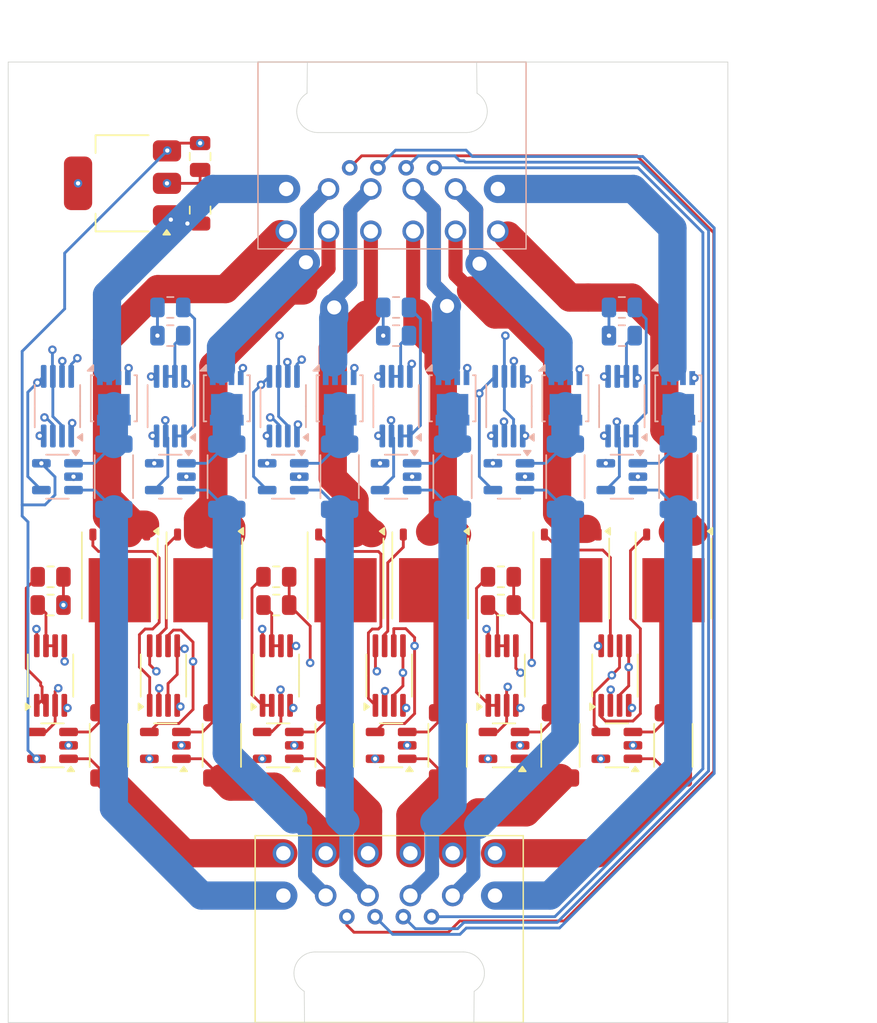
<source format=kicad_pcb>
(kicad_pcb
	(version 20240108)
	(generator "pcbnew")
	(generator_version "8.0")
	(general
		(thickness 1.6)
		(legacy_teardrops no)
	)
	(paper "A4")
	(layers
		(0 "F.Cu" signal)
		(1 "In1.Cu" signal)
		(2 "In2.Cu" signal)
		(31 "B.Cu" signal)
		(32 "B.Adhes" user "B.Adhesive")
		(33 "F.Adhes" user "F.Adhesive")
		(34 "B.Paste" user)
		(35 "F.Paste" user)
		(36 "B.SilkS" user "B.Silkscreen")
		(37 "F.SilkS" user "F.Silkscreen")
		(38 "B.Mask" user)
		(39 "F.Mask" user)
		(40 "Dwgs.User" user "User.Drawings")
		(41 "Cmts.User" user "User.Comments")
		(42 "Eco1.User" user "User.Eco1")
		(43 "Eco2.User" user "User.Eco2")
		(44 "Edge.Cuts" user)
		(45 "Margin" user)
		(46 "B.CrtYd" user "B.Courtyard")
		(47 "F.CrtYd" user "F.Courtyard")
		(48 "B.Fab" user)
		(49 "F.Fab" user)
		(50 "User.1" user)
		(51 "User.2" user)
		(52 "User.3" user)
		(53 "User.4" user)
		(54 "User.5" user)
		(55 "User.6" user)
		(56 "User.7" user)
		(57 "User.8" user)
		(58 "User.9" user)
	)
	(setup
		(stackup
			(layer "F.SilkS"
				(type "Top Silk Screen")
			)
			(layer "F.Paste"
				(type "Top Solder Paste")
			)
			(layer "F.Mask"
				(type "Top Solder Mask")
				(thickness 0.01)
			)
			(layer "F.Cu"
				(type "copper")
				(thickness 0.035)
			)
			(layer "dielectric 1"
				(type "prepreg")
				(thickness 0.1)
				(material "FR4")
				(epsilon_r 4.5)
				(loss_tangent 0.02)
			)
			(layer "In1.Cu"
				(type "copper")
				(thickness 0.035)
			)
			(layer "dielectric 2"
				(type "core")
				(thickness 1.24)
				(material "FR4")
				(epsilon_r 4.5)
				(loss_tangent 0.02)
			)
			(layer "In2.Cu"
				(type "copper")
				(thickness 0.035)
			)
			(layer "dielectric 3"
				(type "prepreg")
				(thickness 0.1)
				(material "FR4")
				(epsilon_r 4.5)
				(loss_tangent 0.02)
			)
			(layer "B.Cu"
				(type "copper")
				(thickness 0.035)
			)
			(layer "B.Mask"
				(type "Bottom Solder Mask")
				(thickness 0.01)
			)
			(layer "B.Paste"
				(type "Bottom Solder Paste")
			)
			(layer "B.SilkS"
				(type "Bottom Silk Screen")
			)
			(copper_finish "None")
			(dielectric_constraints no)
		)
		(pad_to_mask_clearance 0)
		(allow_soldermask_bridges_in_footprints no)
		(pcbplotparams
			(layerselection 0x00010fc_ffffffff)
			(plot_on_all_layers_selection 0x0000000_00000000)
			(disableapertmacros no)
			(usegerberextensions no)
			(usegerberattributes yes)
			(usegerberadvancedattributes yes)
			(creategerberjobfile yes)
			(dashed_line_dash_ratio 12.000000)
			(dashed_line_gap_ratio 3.000000)
			(svgprecision 4)
			(plotframeref no)
			(viasonmask no)
			(mode 1)
			(useauxorigin no)
			(hpglpennumber 1)
			(hpglpenspeed 20)
			(hpglpendiameter 15.000000)
			(pdf_front_fp_property_popups yes)
			(pdf_back_fp_property_popups yes)
			(dxfpolygonmode yes)
			(dxfimperialunits yes)
			(dxfusepcbnewfont yes)
			(psnegative no)
			(psa4output no)
			(plotreference yes)
			(plotvalue yes)
			(plotfptext yes)
			(plotinvisibletext no)
			(sketchpadsonfab no)
			(subtractmaskfromsilk no)
			(outputformat 1)
			(mirror no)
			(drillshape 1)
			(scaleselection 1)
			(outputdirectory "")
		)
	)
	(net 0 "")
	(net 1 "+3.3V")
	(net 2 "+12V")
	(net 3 "Net-(Q1-D)")
	(net 4 "Net-(J1-Pin_11)")
	(net 5 "Net-(Q1-G)")
	(net 6 "Net-(Q2-D)")
	(net 7 "Net-(J1-Pin_9)")
	(net 8 "Net-(Q2-G)")
	(net 9 "Net-(Q3-G)")
	(net 10 "Net-(Q3-D)")
	(net 11 "Net-(J1-Pin_7)")
	(net 12 "Net-(J1-Pin_5)")
	(net 13 "Net-(Q4-G)")
	(net 14 "Net-(Q4-D)")
	(net 15 "Net-(Q5-D)")
	(net 16 "Net-(J1-Pin_3)")
	(net 17 "Net-(Q5-G)")
	(net 18 "Net-(Q6-D)")
	(net 19 "Net-(Q6-G)")
	(net 20 "Net-(Q7-D)")
	(net 21 "GND")
	(net 22 "Net-(Q7-G)")
	(net 23 "Net-(Q8-D)")
	(net 24 "Net-(Q8-G)")
	(net 25 "Net-(Q9-D)")
	(net 26 "Net-(Q9-G)")
	(net 27 "Net-(Q10-D)")
	(net 28 "Net-(Q10-G)")
	(net 29 "Net-(Q11-G)")
	(net 30 "Net-(Q11-D)")
	(net 31 "Net-(Q12-G)")
	(net 32 "Net-(Q12-D)")
	(net 33 "Net-(J2-Pin_1)")
	(net 34 "Net-(J2-Pin_3)")
	(net 35 "Net-(J2-Pin_5)")
	(net 36 "Net-(J2-Pin_7)")
	(net 37 "Net-(J2-Pin_9)")
	(net 38 "Net-(J2-Pin_11)")
	(net 39 "Net-(J2-Pin_12)")
	(net 40 "Net-(J2-Pin_10)")
	(net 41 "Net-(J2-Pin_8)")
	(net 42 "Net-(J2-Pin_6)")
	(net 43 "Net-(J2-Pin_4)")
	(net 44 "Net-(J2-Pin_2)")
	(net 45 "Net-(U1A--)")
	(net 46 "Net-(U10A--)")
	(net 47 "Net-(U1B--)")
	(net 48 "Net-(U2A--)")
	(net 49 "Net-(U2B--)")
	(net 50 "Net-(U3A--)")
	(net 51 "Net-(U3B--)")
	(net 52 "Net-(U23A-+)")
	(net 53 "Net-(U20A--)")
	(net 54 "Net-(U20B--)")
	(net 55 "Net-(U21A--)")
	(net 56 "Net-(U21B--)")
	(net 57 "Net-(U22A--)")
	(net 58 "Net-(U22B--)")
	(net 59 "Net-(U10B-+)")
	(net 60 "Net-(U10A-+)")
	(net 61 "Net-(U11A-+)")
	(net 62 "Net-(U11B-+)")
	(net 63 "Net-(U12A-+)")
	(net 64 "Net-(U12B-+)")
	(net 65 "Net-(U22B-+)")
	(net 66 "Net-(U22A-+)")
	(net 67 "Net-(U21B-+)")
	(net 68 "Net-(U21A-+)")
	(net 69 "Net-(U20B-+)")
	(net 70 "Net-(U20A-+)")
	(net 71 "/S1")
	(net 72 "/S2")
	(net 73 "/S0")
	(net 74 "/S3")
	(footprint "Package_TO_SOT_SMD:TDSON-8-1" (layer "F.Cu") (at 186.905 88.9 -90))
	(footprint "Package_TO_SOT_SMD:SOT-23-5" (layer "F.Cu") (at 174.1375 100.95 180))
	(footprint "Package_TO_SOT_SMD:TDSON-8-1" (layer "F.Cu") (at 154.905 88.9 -90))
	(footprint "Package_TO_SOT_SMD:SOT-23-5" (layer "F.Cu") (at 150.1375 100.95 180))
	(footprint "Package_SO:MSOP-8_3x3mm_P0.65mm" (layer "F.Cu") (at 150 96 90))
	(footprint "Package_SO:MSOP-8_3x3mm_P0.65mm" (layer "F.Cu") (at 182 96 90))
	(footprint "Resistor_SMD:R_0805_2012Metric" (layer "F.Cu") (at 166 91))
	(footprint "Package_TO_SOT_SMD:SOT-23-5" (layer "F.Cu") (at 166.1375 100.95 180))
	(footprint "Package_TO_SOT_SMD:SOT-23-5" (layer "F.Cu") (at 182.1375 100.95 180))
	(footprint "Package_TO_SOT_SMD:TDSON-8-1" (layer "F.Cu") (at 170.905 88.9 -90))
	(footprint "User:12V2x6" (layer "F.Cu") (at 174 115.1))
	(footprint "Resistor_SMD:R_2010_5025Metric" (layer "F.Cu") (at 186.1375 100.95 90))
	(footprint "Capacitor_SMD:C_0805_2012Metric" (layer "F.Cu") (at 160.6 59.2 -90))
	(footprint "Package_TO_SOT_SMD:SOT-23-5" (layer "F.Cu") (at 190.1375 100.95 180))
	(footprint "Package_TO_SOT_SMD:TDSON-8-1" (layer "F.Cu") (at 194.15 88.9 -90))
	(footprint "Resistor_SMD:R_2010_5025Metric" (layer "F.Cu") (at 178.1375 100.95 90))
	(footprint "Package_SO:MSOP-8_3x3mm_P0.65mm" (layer "F.Cu") (at 166 96 90))
	(footprint "Package_TO_SOT_SMD:TDSON-8-1" (layer "F.Cu") (at 176.905 88.9 -90))
	(footprint "Resistor_SMD:R_2010_5025Metric" (layer "F.Cu") (at 154.1375 100.95 90))
	(footprint "Resistor_SMD:R_0805_2012Metric" (layer "F.Cu") (at 181.9125 89))
	(footprint "Package_TO_SOT_SMD:TDSON-8-1" (layer "F.Cu") (at 160.905 88.9 -90))
	(footprint "Resistor_SMD:R_2010_5025Metric" (layer "F.Cu") (at 162.1375 100.95 90))
	(footprint "Package_SO:MSOP-8_3x3mm_P0.65mm" (layer "F.Cu") (at 190 96 90))
	(footprint "Resistor_SMD:R_0805_2012Metric" (layer "F.Cu") (at 150 89))
	(footprint "Package_SO:MSOP-8_3x3mm_P0.65mm" (layer "F.Cu") (at 158 96 90))
	(footprint "Package_TO_SOT_SMD:SOT-23-5" (layer "F.Cu") (at 158.1375 100.95 180))
	(footprint "Resistor_SMD:R_0805_2012Metric"
		(layer "F.Cu")
		(uuid "c5dc8e74-c51c-4334-8a3a-1eabe8f3e8e3")
		(at 150 91)
		(descr "Resistor SMD 0805 (2012 Metric), square (rectangular) end terminal, IPC_7351 nominal, (Body size source: IPC-SM-782 page 72, https://www.pcb-3d.com/wordpress/wp-content/uploads/ipc-sm-782a_amendment_1_and_2.pdf), generated with kicad-footprint-generator")
		(tags "resistor")
		(property "Reference" "R20"
			(at 0 -1.65 360)
			(layer "F.SilkS")
			(hide yes)
			(uuid "d5958b9f-c910-4e85-be94-23b84d21325d")
			(effects
				(font
					(size 1 1)
					(thickness 0.15)
				)
			)
		)
		(property "Value" "1k"
			(at 0 1.65 360)
			(layer "F.Fab")
			(uuid "bd585846-bfba-4f10-a3a2-9a6b3d459ff0")
			(effects
				(font
					(size 1 1)
					(thickness 0.15)
				)
			)
		)
		(property "Footprint" "Resistor_SMD:R_0805_2012Metric"
			(at 0 0 0)
			(unlocked yes)
			(layer "F.Fab")
			(hide yes)
			(uuid "1a8269f1-ec5a-4d67-92c8-50254634f3e1")
			(effects
				(font
					(size 1.27 1.27)
					(thickness 0.15)
				)
			)
		)
		(property "Datasheet" "https://partdb.agrokonzulta.cz/en/part/22/info"
			(at 0 0 0)
			(unlocked yes)
			(layer "F.Fab")
			(hide yes)
			(uuid "38182c8c-a9c4-4165-b18a-9c65bc77e594")
			(effects
				(font
					(size 1.27 1.27)
					(thickness 0.15)
				)
			)
		)
		(property "Description" "1kOhm 1/8W / 1 kOhms ±1% 0.125W, 1/8W Chip Resistor 0805 (2012 Metric) Moisture Resistant Thick Film"
			(at 0 0 0)
			(unlocked yes)
			(layer "F.Fab")
			(hide yes)
			(uuid "a3c73219-4051-4979-b9d7-cc1bca8077c2")
			(effects
				(font
					(size 1.27 1.27)
					(thickness 0.15)
				)
			)
		)
		(property "Category" "Resistors"
			(at 0 0 0)
			(unlocked yes)
			(layer "F.Fab")
			(hide yes)
			(uuid "5c2ed7d3-a95a-43dc-96e6-2e117478b67d")
			(effects
				(font
					(size 1 1)
					(thickness 0.15)
				)
			)
		)
		(property "MPN" "RC0805FR-071KL"
			(at 0 0 0)
			(unlocked yes)
			(layer "F.Fab")
			(hide yes)
			(uuid "e6b67cef-008a-44f7-bed3-360b5f7331ca")
			(effects
				(font
					(size 1 1)
					(thickness 0.15)
				)
			)
		)
		(property "Manufacturer" "YAGEO"
			(at 0 0 0)
			(unlocked yes)
			(layer "F.Fab")
			(hide yes)
			(uuid "cd4860f0-1c95-494b-acfd-39113512dace")
			(effects
				(font
					(size 1 1)
					(thickness 0.15)
				)
			)
		)
		(property "Manufacturing Status" "Active"
			(at 0 0 0)
			(unlocked yes)
			(layer "F.Fab")
			(hide yes)
			(uuid "a7c710be-4cbd-4a0c-abcb-83a6eea0ce33")
			(effects
				(font
					(size 1 1)
					(thickness 0.15)
				)
			)
		)
		(property "Part-DB Footprint" "0805"
			(at 0 0 0)
			(unlocked yes)
			(
... [681923 chars truncated]
</source>
